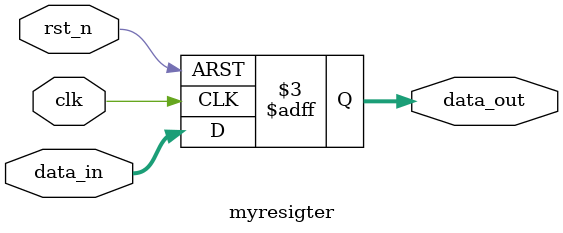
<source format=v>
`timescale 1ns / 1ps


module myresigter(
                  input             clk,
                  input             rst_n,
                  input [31:0]      data_in,
                  output reg [31:0] data_out
    );

   always @ (posedge clk or negedge rst_n)
     begin
        if(rst_n == 0)
          begin
             data_out <= 0;
          end
        else
          begin
             data_out <= data_in;
          end
     end
endmodule

</source>
